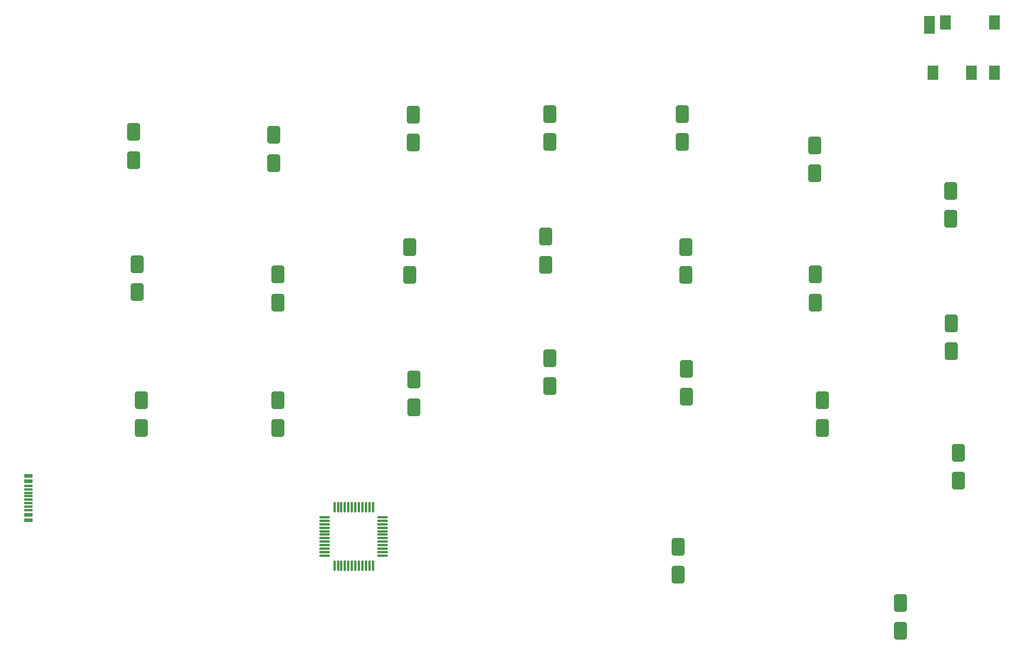
<source format=gbp>
%TF.GenerationSoftware,KiCad,Pcbnew,8.0.2*%
%TF.CreationDate,2024-10-11T16:26:55+02:00*%
%TF.ProjectId,duo_board,64756f5f-626f-4617-9264-2e6b69636164,rev?*%
%TF.SameCoordinates,Original*%
%TF.FileFunction,Paste,Bot*%
%TF.FilePolarity,Positive*%
%FSLAX46Y46*%
G04 Gerber Fmt 4.6, Leading zero omitted, Abs format (unit mm)*
G04 Created by KiCad (PCBNEW 8.0.2) date 2024-10-11 16:26:55*
%MOMM*%
%LPD*%
G01*
G04 APERTURE LIST*
G04 Aperture macros list*
%AMRoundRect*
0 Rectangle with rounded corners*
0 $1 Rounding radius*
0 $2 $3 $4 $5 $6 $7 $8 $9 X,Y pos of 4 corners*
0 Add a 4 corners polygon primitive as box body*
4,1,4,$2,$3,$4,$5,$6,$7,$8,$9,$2,$3,0*
0 Add four circle primitives for the rounded corners*
1,1,$1+$1,$2,$3*
1,1,$1+$1,$4,$5*
1,1,$1+$1,$6,$7*
1,1,$1+$1,$8,$9*
0 Add four rect primitives between the rounded corners*
20,1,$1+$1,$2,$3,$4,$5,0*
20,1,$1+$1,$4,$5,$6,$7,0*
20,1,$1+$1,$6,$7,$8,$9,0*
20,1,$1+$1,$8,$9,$2,$3,0*%
G04 Aperture macros list end*
%ADD10R,1.498600X2.006600*%
%ADD11R,1.498600X2.590800*%
%ADD12RoundRect,0.250000X0.650000X-1.000000X0.650000X1.000000X-0.650000X1.000000X-0.650000X-1.000000X0*%
%ADD13R,1.150000X0.590000*%
%ADD14R,1.150000X0.298000*%
%ADD15RoundRect,0.075000X0.662500X0.075000X-0.662500X0.075000X-0.662500X-0.075000X0.662500X-0.075000X0*%
%ADD16RoundRect,0.075000X0.075000X0.662500X-0.075000X0.662500X-0.075000X-0.662500X0.075000X-0.662500X0*%
G04 APERTURE END LIST*
D10*
%TO.C,J1*%
X197996200Y-42606800D03*
X203482600Y-42606800D03*
X206784600Y-42606800D03*
D11*
X197462800Y-35698000D03*
D10*
X199774200Y-35393200D03*
X206784600Y-35393200D03*
%TD*%
D12*
%TO.C,D14*%
X200620000Y-82500000D03*
X200620000Y-78500000D03*
%TD*%
%TO.C,D7*%
X200540000Y-63500000D03*
X200540000Y-59500000D03*
%TD*%
D13*
%TO.C,J2*%
X68425000Y-106700000D03*
X68425000Y-105900000D03*
D14*
X68425000Y-104750000D03*
X68425000Y-103750000D03*
X68425000Y-103250000D03*
X68425000Y-102250000D03*
D13*
X68425000Y-100300000D03*
X68425000Y-101100000D03*
D14*
X68425000Y-101750000D03*
X68425000Y-102750000D03*
X68425000Y-104250000D03*
X68425000Y-105250000D03*
%TD*%
D12*
%TO.C,D20*%
X182120000Y-93500000D03*
X182120000Y-89500000D03*
%TD*%
%TO.C,D12*%
X162540000Y-71580000D03*
X162540000Y-67580000D03*
%TD*%
%TO.C,D21*%
X201620000Y-101000000D03*
X201620000Y-97000000D03*
%TD*%
%TO.C,D8*%
X83960000Y-74000000D03*
X83960000Y-70000000D03*
%TD*%
%TO.C,D19*%
X162620000Y-89000000D03*
X162620000Y-85000000D03*
%TD*%
%TO.C,D10*%
X123040000Y-71580000D03*
X123040000Y-67580000D03*
%TD*%
D15*
%TO.C,U1*%
X119162500Y-106250000D03*
X119162500Y-106750000D03*
X119162500Y-107250000D03*
X119162500Y-107750000D03*
X119162500Y-108250000D03*
X119162500Y-108750000D03*
X119162500Y-109250000D03*
X119162500Y-109750000D03*
X119162500Y-110250000D03*
X119162500Y-110750000D03*
X119162500Y-111250000D03*
X119162500Y-111750000D03*
D16*
X117750000Y-113162500D03*
X117250000Y-113162500D03*
X116750000Y-113162500D03*
X116250000Y-113162500D03*
X115750000Y-113162500D03*
X115250000Y-113162500D03*
X114750000Y-113162500D03*
X114250000Y-113162500D03*
X113750000Y-113162500D03*
X113250000Y-113162500D03*
X112750000Y-113162500D03*
X112250000Y-113162500D03*
D15*
X110837500Y-111750000D03*
X110837500Y-111250000D03*
X110837500Y-110750000D03*
X110837500Y-110250000D03*
X110837500Y-109750000D03*
X110837500Y-109250000D03*
X110837500Y-108750000D03*
X110837500Y-108250000D03*
X110837500Y-107750000D03*
X110837500Y-107250000D03*
X110837500Y-106750000D03*
X110837500Y-106250000D03*
D16*
X112250000Y-104837500D03*
X112750000Y-104837500D03*
X113250000Y-104837500D03*
X113750000Y-104837500D03*
X114250000Y-104837500D03*
X114750000Y-104837500D03*
X115250000Y-104837500D03*
X115750000Y-104837500D03*
X116250000Y-104837500D03*
X116750000Y-104837500D03*
X117250000Y-104837500D03*
X117750000Y-104837500D03*
%TD*%
D12*
%TO.C,D17*%
X123620000Y-90500000D03*
X123620000Y-86500000D03*
%TD*%
%TO.C,D5*%
X162040000Y-52500000D03*
X162040000Y-48500000D03*
%TD*%
%TO.C,D2*%
X103540000Y-55500000D03*
X103540000Y-51500000D03*
%TD*%
%TO.C,D4*%
X143120000Y-52500000D03*
X143120000Y-48500000D03*
%TD*%
%TO.C,D11*%
X142540000Y-70080000D03*
X142540000Y-66080000D03*
%TD*%
%TO.C,D18*%
X143120000Y-87500000D03*
X143120000Y-83500000D03*
%TD*%
%TO.C,D16*%
X104120000Y-93500000D03*
X104120000Y-89500000D03*
%TD*%
%TO.C,D22*%
X161500000Y-114500000D03*
X161500000Y-110500000D03*
%TD*%
%TO.C,D6*%
X181040000Y-57000000D03*
X181040000Y-53000000D03*
%TD*%
%TO.C,D3*%
X123540000Y-52580000D03*
X123540000Y-48580000D03*
%TD*%
%TO.C,D15*%
X84620000Y-93500000D03*
X84620000Y-89500000D03*
%TD*%
%TO.C,D1*%
X83500000Y-55080000D03*
X83500000Y-51080000D03*
%TD*%
%TO.C,D23*%
X193270000Y-122500000D03*
X193270000Y-118500000D03*
%TD*%
%TO.C,D13*%
X181120000Y-75500000D03*
X181120000Y-71500000D03*
%TD*%
%TO.C,D9*%
X104120000Y-75500000D03*
X104120000Y-71500000D03*
%TD*%
M02*

</source>
